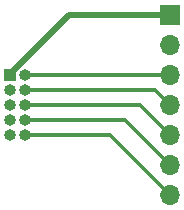
<source format=gbr>
%TF.GenerationSoftware,KiCad,Pcbnew,6.0.7-f9a2dced07~116~ubuntu22.04.1*%
%TF.CreationDate,2022-08-24T23:03:50+02:00*%
%TF.ProjectId,cortex_debug_adapter,636f7274-6578-45f6-9465-6275675f6164,rev?*%
%TF.SameCoordinates,Original*%
%TF.FileFunction,Copper,L1,Top*%
%TF.FilePolarity,Positive*%
%FSLAX46Y46*%
G04 Gerber Fmt 4.6, Leading zero omitted, Abs format (unit mm)*
G04 Created by KiCad (PCBNEW 6.0.7-f9a2dced07~116~ubuntu22.04.1) date 2022-08-24 23:03:50*
%MOMM*%
%LPD*%
G01*
G04 APERTURE LIST*
%TA.AperFunction,ComponentPad*%
%ADD10R,1.700000X1.700000*%
%TD*%
%TA.AperFunction,ComponentPad*%
%ADD11O,1.700000X1.700000*%
%TD*%
%TA.AperFunction,ComponentPad*%
%ADD12R,1.000000X1.000000*%
%TD*%
%TA.AperFunction,ComponentPad*%
%ADD13O,1.000000X1.000000*%
%TD*%
%TA.AperFunction,Conductor*%
%ADD14C,0.500000*%
%TD*%
%TA.AperFunction,Conductor*%
%ADD15C,0.300000*%
%TD*%
G04 APERTURE END LIST*
D10*
%TO.P,J2,1,Pin_1*%
%TO.N,VCC*%
X160800000Y-92952500D03*
D11*
%TO.P,J2,2,Pin_2*%
%TO.N,GND*%
X160800000Y-95492500D03*
%TO.P,J2,3,Pin_3*%
%TO.N,/TMS{slash}SWDIO*%
X160800000Y-98032500D03*
%TO.P,J2,4,Pin_4*%
%TO.N,/TCLK{slash}SWCLK*%
X160800000Y-100572500D03*
%TO.P,J2,5,Pin_5*%
%TO.N,/TDO{slash}SWO*%
X160800000Y-103112500D03*
%TO.P,J2,6,Pin_6*%
%TO.N,/TDI*%
X160800000Y-105652500D03*
%TO.P,J2,7,Pin_7*%
%TO.N,/RESET*%
X160800000Y-108192500D03*
%TD*%
D12*
%TO.P,J1,1,Pin_1*%
%TO.N,VCC*%
X147300000Y-98037500D03*
D13*
%TO.P,J1,2,Pin_2*%
%TO.N,/TMS{slash}SWDIO*%
X148570000Y-98037500D03*
%TO.P,J1,3,Pin_3*%
%TO.N,GND*%
X147300000Y-99307500D03*
%TO.P,J1,4,Pin_4*%
%TO.N,/TCLK{slash}SWCLK*%
X148570000Y-99307500D03*
%TO.P,J1,5,Pin_5*%
%TO.N,GND*%
X147300000Y-100577500D03*
%TO.P,J1,6,Pin_6*%
%TO.N,/TDO{slash}SWO*%
X148570000Y-100577500D03*
%TO.P,J1,7,Pin_7*%
%TO.N,unconnected-(J1-Pad7)*%
X147300000Y-101847500D03*
%TO.P,J1,8,Pin_8*%
%TO.N,/TDI*%
X148570000Y-101847500D03*
%TO.P,J1,9,Pin_9*%
%TO.N,GND*%
X147300000Y-103117500D03*
%TO.P,J1,10,Pin_10*%
%TO.N,/RESET*%
X148570000Y-103117500D03*
%TD*%
D14*
%TO.N,VCC*%
X147300000Y-98037500D02*
X147300000Y-97963997D01*
X152311497Y-92952500D02*
X160800000Y-92952500D01*
X147300000Y-97963997D02*
X152311497Y-92952500D01*
D15*
%TO.N,/TMS{slash}SWDIO*%
X160795000Y-98037500D02*
X160800000Y-98032500D01*
X148570000Y-98037500D02*
X160795000Y-98037500D01*
D14*
%TO.N,GND*%
X147300000Y-100577500D02*
X147226497Y-100577500D01*
D15*
%TO.N,/TCLK{slash}SWCLK*%
X148570000Y-99307500D02*
X159535000Y-99307500D01*
X159535000Y-99307500D02*
X160800000Y-100572500D01*
%TO.N,/TDO{slash}SWO*%
X148570000Y-100577500D02*
X158265000Y-100577500D01*
X158265000Y-100577500D02*
X160800000Y-103112500D01*
%TO.N,/TDI*%
X148570000Y-101847500D02*
X156995000Y-101847500D01*
X156995000Y-101847500D02*
X160800000Y-105652500D01*
%TO.N,/RESET*%
X155725000Y-103117500D02*
X160800000Y-108192500D01*
X148570000Y-103117500D02*
X155725000Y-103117500D01*
%TD*%
M02*

</source>
